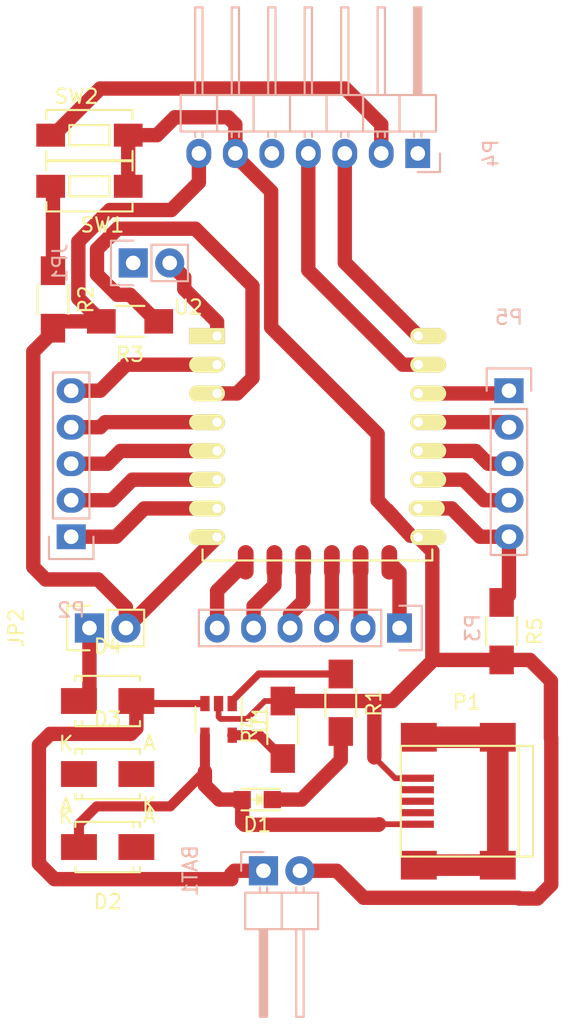
<source format=kicad_pcb>
(kicad_pcb (version 20221018) (generator pcbnew)
  (layers (0 "F.Cu" signal) (31 "B.Cu" signal) (34 "B.Paste" user) (35 "F.Paste" user) (36 "B.SilkS" user "B.Silkscreen") (37 "F.SilkS" user "F.Silkscreen") (38 "B.Mask" user) (39 "F.Mask" user) (44 "Edge.Cuts" user))
  (net 0 "")
  (net 1 "Net-(BAT1-Pad1)")
  (net 2 "GND")
  (net 3 "/USBVCC")
  (net 4 "Net-(D1-Pad1)")
  (net 5 "Net-(D2-Pad1)")
  (net 6 "Net-(D3-Pad1)")
  (net 7 "Net-(JP1-Pad1)")
  (net 8 "Net-(JP1-Pad2)")
  (net 9 "VCC")
  (net 10 "Net-(P1-Pad6)")
  (net 11 "Net-(P2-Pad1)")
  (net 12 "Net-(P2-Pad2)")
  (net 13 "Net-(P2-Pad3)")
  (net 14 "Net-(P2-Pad5)")
  (net 15 "Net-(P3-Pad1)")
  (net 16 "Net-(P3-Pad2)")
  (net 17 "Net-(P3-Pad3)")
  (net 18 "Net-(P3-Pad4)")
  (net 19 "Net-(P3-Pad5)")
  (net 20 "Net-(P3-Pad6)")
  (net 21 "Net-(P4-Pad1)")
  (net 22 "Net-(P4-Pad2)")
  (net 23 "Net-(P4-Pad3)")
  (net 24 "Net-(P4-Pad4)")
  (net 25 "Net-(P5-Pad1)")
  (net 26 "Net-(P5-Pad2)")
  (net 27 "Net-(P5-Pad4)")
  (net 28 "Net-(P5-Pad5)")
  (net 29 "Net-(R1-Pad1)")
  (net 30 "Net-(R4-Pad1)")
  (footprint "LEDs:LED_0805" (layer "F.Cu") (at 141.224 107.188 180)
    (fp_text reference "D1" (at 0 -1.75 180) (layer "F.SilkS"))
    (fp_text value "LED")
    (fp_line (start -1.6 -0.75) (end 1.1 -0.75) (stroke (width 0.15)) (layer "F.SilkS"))
    (fp_line (start -1.6 0.75) (end 1.1 0.75) (stroke (width 0.15)) (layer "F.SilkS"))
    (fp_line (start -0.35 -0.35) (end -0.35 0.35) (stroke (width 0.15)) (layer "F.SilkS"))
    (fp_line (start -0.35 0) (end 0 -0.35) (stroke (width 0.15)) (layer "F.SilkS"))
    (fp_line (start -0.1 -0.1) (end -0.25 0.05) (stroke (width 0.15)) (layer "F.SilkS"))
    (fp_line (start -0.1 0.15) (end -0.1 -0.1) (stroke (width 0.15)) (layer "F.SilkS"))
    (fp_line (start 0 -0.35) (end 0 0.35) (stroke (width 0.15)) (layer "F.SilkS"))
    (fp_line (start 0 0) (end 0.35 0) (stroke (width 0.15)) (layer "F.SilkS"))
    (fp_line (start 0 0.35) (end -0.35 0) (stroke (width 0.15)) (layer "F.SilkS"))
    (pad "1" smd rect (at -1.04902 0) (size 1.19888 1.19888) (layers "F.Cu" "F.Paste" "F.Mask") (net 4 "Net-(D1-Pad1)"))
    (pad "2" smd rect (at 1.04902 0) (size 1.19888 1.19888) (layers "F.Cu" "F.Paste" "F.Mask") (net 3 "/USBVCC"))
  )
  (footprint "Pin_Headers:Pin_Header_Straight_1x02" (layer "F.Cu") (at 129.54 95.25 90)
    (fp_text reference "JP2" (at 0 -5.1 90) (layer "F.SilkS"))
    (fp_text value "ON/OFF")
    (fp_line (start -1.55 -1.55) (end 1.55 -1.55) (stroke (width 0.15)) (layer "F.SilkS"))
    (fp_line (start -1.55 0) (end -1.55 -1.55) (stroke (width 0.15)) (layer "F.SilkS"))
    (fp_line (start -1.27 1.27) (end -1.27 3.81) (stroke (width 0.15)) (layer "F.SilkS"))
    (fp_line (start -1.27 3.81) (end 1.27 3.81) (stroke (width 0.15)) (layer "F.SilkS"))
    (fp_line (start 1.27 1.27) (end -1.27 1.27) (stroke (width 0.15)) (layer "F.SilkS"))
    (fp_line (start 1.27 1.27) (end 1.27 3.81) (stroke (width 0.15)) (layer "F.SilkS"))
    (fp_line (start 1.55 -1.55) (end 1.55 0) (stroke (width 0.15)) (layer "F.SilkS"))
    (pad "1" thru_hole rect (at 0 0 90) (size 2.032 2.032) (drill 1.016) (layers "*.Cu" "*.Mask") (net 6 "Net-(D3-Pad1)"))
    (pad "2" thru_hole oval (at 0 2.54 90) (size 2.032 2.032) (drill 1.016) (layers "*.Cu" "*.Mask") (net 9 "VCC"))
  )
  (footprint "Connect:USB_Mini-B" (layer "F.Cu") (at 155.82392 107.3023 180)
    (fp_text reference "P1" (at 0 6.90118 180) (layer "F.SilkS"))
    (fp_text value "USB_OTG")
    (fp_line (start -4.59994 -3.85064) (end -4.59994 3.85064) (stroke (width 0.15)) (layer "F.SilkS"))
    (fp_line (start -4.59994 3.85064) (end 4.59994 3.85064) (stroke (width 0.15)) (layer "F.SilkS"))
    (fp_line (start -3.59918 -3.85064) (end -3.59918 3.85064) (stroke (width 0.15)) (layer "F.SilkS"))
    (fp_line (start 4.59994 -3.85064) (end -4.59994 -3.85064) (stroke (width 0.15)) (layer "F.SilkS"))
    (fp_line (start 4.59994 3.85064) (end 4.59994 -3.85064) (stroke (width 0.15)) (layer "F.SilkS"))
    (pad "" np_thru_hole circle (at 0.8509 -2.19964 180) (size 0.89916 0.89916) (drill 0.89916) (layers "*.Cu" "*.Mask"))
    (pad "" np_thru_hole circle (at 0.8509 2.19964 180) (size 0.89916 0.89916) (drill 0.89916) (layers "*.Cu" "*.Mask"))
    (pad "1" smd rect (at 3.44932 -1.6002 180) (size 2.30124 0.50038) (layers "F.Cu" "F.Paste" "F.Mask") (net 3 "/USBVCC"))
    (pad "2" smd rect (at 3.44932 -0.8001 180) (size 2.30124 0.50038) (layers "F.Cu" "F.Paste" "F.Mask"))
    (pad "3" smd rect (at 3.44932 0 180) (size 2.30124 0.50038) (layers "F.Cu" "F.Paste" "F.Mask"))
    (pad "4" smd rect (at 3.44932 0.8001 180) (size 2.30124 0.50038) (layers "F.Cu" "F.Paste" "F.Mask"))
    (pad "5" smd rect (at 3.44932 1.6002 180) (size 2.30124 0.50038) (layers "F.Cu" "F.Paste" "F.Mask") (net 2 "GND"))
    (pad "6" smd rect (at -2.14884 -4.45008 180) (size 2.49936 1.99898) (layers "F.Cu" "F.Paste" "F.Mask") (net 10 "Net-(P1-Pad6)"))
    (pad "6" smd rect (at -2.14884 4.45008 180) (size 2.49936 1.99898) (layers "F.Cu" "F.Paste" "F.Mask") (net 10 "Net-(P1-Pad6)"))
    (pad "6" smd rect (at 3.35026 -4.45008 180) (size 2.49936 1.99898) (layers "F.Cu" "F.Paste" "F.Mask") (net 10 "Net-(P1-Pad6)"))
    (pad "6" smd rect (at 3.35026 4.45008 180) (size 2.49936 1.99898) (layers "F.Cu" "F.Paste" "F.Mask") (net 10 "Net-(P1-Pad6)"))
  )
  (footprint "Resistors_SMD:R_1206_HandSoldering" (layer "F.Cu") (at 147.0406 100.4504 -90)
    (fp_text reference "R1" (at 0 -2.3 270) (layer "F.SilkS"))
    (fp_text value "470")
    (fp_line (start -1 -1.075) (end 1 -1.075) (stroke (width 0.15)) (layer "F.SilkS"))
    (fp_line (start 1 1.075) (end -1 1.075) (stroke (width 0.15)) (layer "F.SilkS"))
    (pad "1" smd rect (at -2 0 270) (size 2 1.7) (layers "F.Cu" "F.Paste" "F.Mask") (net 29 "Net-(R1-Pad1)"))
    (pad "2" smd rect (at 2 0 270) (size 2 1.7) (layers "F.Cu" "F.Paste" "F.Mask") (net 4 "Net-(D1-Pad1)"))
  )
  (footprint "Resistors_SMD:R_1206_HandSoldering" (layer "F.Cu") (at 127 72.39 -90)
    (fp_text reference "R2" (at 0 -2.3 270) (layer "F.SilkS"))
    (fp_text value "10k")
    (fp_line (start -1 -1.075) (end 1 -1.075) (stroke (width 0.15)) (layer "F.SilkS"))
    (fp_line (start 1 1.075) (end -1 1.075) (stroke (width 0.15)) (layer "F.SilkS"))
    (pad "1" smd rect (at -2 0 270) (size 2 1.7) (layers "F.Cu" "F.Paste" "F.Mask") (net 8 "Net-(JP1-Pad2)"))
    (pad "2" smd rect (at 2 0 270) (size 2 1.7) (layers "F.Cu" "F.Paste" "F.Mask") (net 9 "VCC"))
  )
  (footprint "Resistors_SMD:R_1206_HandSoldering" (layer "F.Cu") (at 132.366 73.914 180)
    (fp_text reference "R3" (at 0 -2.3 180) (layer "F.SilkS"))
    (fp_text value "10k")
    (fp_line (start -1 -1.075) (end 1 -1.075) (stroke (width 0.15)) (layer "F.SilkS"))
    (fp_line (start 1 1.075) (end -1 1.075) (stroke (width 0.15)) (layer "F.SilkS"))
    (pad "1" smd rect (at -2 0 180) (size 2 1.7) (layers "F.Cu" "F.Paste" "F.Mask") (net 21 "Net-(P4-Pad1)"))
    (pad "2" smd rect (at 2 0 180) (size 2 1.7) (layers "F.Cu" "F.Paste" "F.Mask") (net 9 "VCC"))
  )
  (footprint "Resistors_SMD:R_1206_HandSoldering" (layer "F.Cu") (at 143.002 102.33 90)
    (fp_text reference "R4" (at 0 -2.3 90) (layer "F.SilkS"))
    (fp_text value "15k")
    (fp_line (start -1 -1.075) (end 1 -1.075) (stroke (width 0.15)) (layer "F.SilkS"))
    (fp_line (start 1 1.075) (end -1 1.075) (stroke (width 0.15)) (layer "F.SilkS"))
    (pad "1" smd rect (at -2 0 90) (size 2 1.7) (layers "F.Cu" "F.Paste" "F.Mask") (net 30 "Net-(R4-Pad1)"))
    (pad "2" smd rect (at 2 0 90) (size 2 1.7) (layers "F.Cu" "F.Paste" "F.Mask") (net 2 "GND"))
  )
  (footprint "Resistors_SMD:R_1206_HandSoldering" (layer "F.Cu") (at 158.242 95.472 -90)
    (fp_text reference "R5" (at 0 -2.3 270) (layer "F.SilkS"))
    (fp_text value "10k")
    (fp_line (start -1 -1.075) (end 1 -1.075) (stroke (width 0.15)) (layer "F.SilkS"))
    (fp_line (start 1 1.075) (end -1 1.075) (stroke (width 0.15)) (layer "F.SilkS"))
    (pad "1" smd rect (at -2 0 270) (size 2 1.7) (layers "F.Cu" "F.Paste" "F.Mask") (net 28 "Net-(P5-Pad5)"))
    (pad "2" smd rect (at 2 0 270) (size 2 1.7) (layers "F.Cu" "F.Paste" "F.Mask") (net 2 "GND"))
  )
  (footprint "Buttons_Switches_SMD:SW_SPST_EVQPE1" (layer "F.Cu") (at 129.54 64.516 180)
    (fp_text reference "SW1" (at -0.9 -2.7 180) (layer "F.SilkS"))
    (fp_text value "Reset")
    (fp_line (start -3 -1.75) (end -3 -1.1) (stroke (width 0.15)) (layer "F.SilkS"))
    (fp_line (start -3 1.1) (end -3 1.75) (stroke (width 0.15)) (layer "F.SilkS"))
    (fp_line (start -3 1.75) (end 3 1.75) (stroke (width 0.15)) (layer "F.SilkS"))
    (fp_line (start -1.4 -0.7) (end 1.4 -0.7) (stroke (width 0.15)) (layer "F.SilkS"))
    (fp_line (start -1.4 0.7) (end -1.4 -0.7) (stroke (width 0.15)) (layer "F.SilkS"))
    (fp_line (start 1.4 -0.7) (end 1.4 0.7) (stroke (width 0.15)) (layer "F.SilkS"))
    (fp_line (start 1.4 0.7) (end -1.4 0.7) (stroke (width 0.15)) (layer "F.SilkS"))
    (fp_line (start 3 -1.75) (end -3 -1.75) (stroke (width 0.15)) (layer "F.SilkS"))
    (fp_line (start 3 -1.75) (end 3 -1.1) (stroke (width 0.15)) (layer "F.SilkS"))
    (fp_line (start 3 1.75) (end 3 1.1) (stroke (width 0.15)) (layer "F.SilkS"))
    (pad "1" smd rect (at -2.7 0 180) (size 2 1.6) (layers "F.Cu" "F.Paste" "F.Mask") (net 2 "GND"))
    (pad "2" smd rect (at 2.7 0 180) (size 2 1.6) (layers "F.Cu" "F.Paste" "F.Mask") (net 8 "Net-(JP1-Pad2)"))
  )
  (footprint "Buttons_Switches_SMD:SW_SPST_EVQPE1" (layer "F.Cu") (at 129.54 60.96)
    (fp_text reference "SW2" (at -0.9 -2.7) (layer "F.SilkS"))
    (fp_text value "Flash")
    (fp_line (start -3 -1.75) (end -3 -1.1) (stroke (width 0.15)) (layer "F.SilkS"))
    (fp_line (start -3 1.1) (end -3 1.75) (stroke (width 0.15)) (layer "F.SilkS"))
    (fp_line (start -3 1.75) (end 3 1.75) (stroke (width 0.15)) (layer "F.SilkS"))
    (fp_line (start -1.4 -0.7) (end 1.4 -0.7) (stroke (width 0.15)) (layer "F.SilkS"))
    (fp_line (start -1.4 0.7) (end -1.4 -0.7) (stroke (width 0.15)) (layer "F.SilkS"))
    (fp_line (start 1.4 -0.7) (end 1.4 0.7) (stroke (width 0.15)) (layer "F.SilkS"))
    (fp_line (start 1.4 0.7) (end -1.4 0.7) (stroke (width 0.15)) (layer "F.SilkS"))
    (fp_line (start 3 -1.75) (end -3 -1.75) (stroke (width 0.15)) (layer "F.SilkS"))
    (fp_line (start 3 -1.75) (end 3 -1.1) (stroke (width 0.15)) (layer "F.SilkS"))
    (fp_line (start 3 1.75) (end 3 1.1) (stroke (width 0.15)) (layer "F.SilkS"))
    (pad "1" smd rect (at -2.7 0) (size 2 1.6) (layers "F.Cu" "F.Paste" "F.Mask") (net 22 "Net-(P4-Pad2)"))
    (pad "2" smd rect (at 2.7 0) (size 2 1.6) (layers "F.Cu" "F.Paste" "F.Mask") (net 2 "GND"))
  )
  (footprint "TO_SOT_Packages_SMD:SOT-23-5" (layer "F.Cu") (at 138.5316 101.6078 -90)
    (fp_text reference "U1" (at 0 -2.9 270) (layer "F.SilkS"))
    (fp_text value "MCP73831")
    (fp_line (start -0.9 1.61) (end 0.9 1.61) (stroke (width 0.12)) (layer "F.SilkS"))
    (fp_line (start 0.9 -1.61) (end -1.55 -1.61) (stroke (width 0.12)) (layer "F.SilkS"))
    (pad "1" smd rect (at -1.1 -0.95 270) (size 1.06 0.65) (layers "F.Cu" "F.Paste" "F.Mask") (net 29 "Net-(R1-Pad1)"))
    (pad "2" smd rect (at -1.1 0 270) (size 1.06 0.65) (layers "F.Cu" "F.Paste" "F.Mask") (net 2 "GND"))
    (pad "3" smd rect (at -1.1 0.95 270) (size 1.06 0.65) (layers "F.Cu" "F.Paste" "F.Mask") (net 1 "Net-(BAT1-Pad1)"))
    (pad "4" smd rect (at 1.1 0.95 270) (size 1.06 0.65) (layers "F.Cu" "F.Paste" "F.Mask") (net 3 "/USBVCC"))
    (pad "5" smd rect (at 1.1 -0.95 270) (size 1.06 0.65) (layers "F.Cu" "F.Paste" "F.Mask") (net 30 "Net-(R4-Pad1)"))
  )
  (footprint "ESP8266:ESP-12E" (layer "F.Cu") (at 138.43 74.93)
    (fp_text reference "U2" (at -2 -2) (layer "F.SilkS"))
    (fp_text value "ESP-12E")
    (fp_line (start -1.016 14.859) (end -1.016 15.621) (stroke (width 0.1524)) (layer "F.SilkS"))
    (fp_line (start -1.016 15.621) (end 14.986 15.621) (stroke (width 0.1524)) (layer "F.SilkS"))
    (fp_line (start 14.986 15.621) (end 14.986 14.859) (stroke (width 0.1524)) (layer "F.SilkS"))
    (pad "1" thru_hole rect locked (at 0 0) (size 2.5 1.1) (drill 0.65 (offset -0.7 0)) (layers "*.Cu" "*.Mask" "F.SilkS") (net 8 "Net-(JP1-Pad2)"))
    (pad "2" thru_hole oval locked (at 0 2) (size 2.5 1.1) (drill 0.65 (offset -0.7 0)) (layers "*.Cu" "*.Mask" "F.SilkS") (net 14 "Net-(P2-Pad5)"))
    (pad "3" thru_hole oval locked (at 0 4) (size 2.5 1.1) (drill 0.65 (offset -0.7 0)) (layers "*.Cu" "*.Mask" "F.SilkS") (net 21 "Net-(P4-Pad1)"))
    (pad "4" thru_hole oval locked (at 0 6) (size 2.5 1.1) (drill 0.65 (offset -0.7 0)) (layers "*.Cu" "*.Mask" "F.SilkS") (net 7 "Net-(JP1-Pad1)"))
    (pad "5" thru_hole oval locked (at 0 8) (size 2.5 1.1) (drill 0.65 (offset -0.7 0)) (layers "*.Cu" "*.Mask" "F.SilkS") (net 13 "Net-(P2-Pad3)"))
    (pad "6" thru_hole oval locked (at 0 10) (size 2.5 1.1) (drill 0.65 (offset -0.7 0)) (layers "*.Cu" "*.Mask" "F.SilkS") (net 12 "Net-(P2-Pad2)"))
    (pad "7" thru_hole oval locked (at 0 12) (size 2.5 1.1) (drill 0.65 (offset -0.7 0)) (layers "*.Cu" "*.Mask" "F.SilkS") (net 11 "Net-(P2-Pad1)"))
    (pad "8" thru_hole oval locked (at 0 14) (size 2.5 1.1) (drill 0.65 (offset -0.7 0)) (layers "*.Cu" "*.Mask" "F.SilkS") (net 9 "VCC"))
    (pad "9" thru_hole oval locked (at 14 14) (size 2.5 1.1) (drill 0.65 (offset 0.7 0)) (layers "*.Cu" "*.Mask" "F.SilkS") (net 2 "GND"))
    (pad "10" thru_hole oval locked (at 14 12) (size 2.5 1.1) (drill 0.65 (offset 0.6 0)) (layers "*.Cu" "*.Mask" "F.SilkS") (net 28 "Net-(P5-Pad5)"))
    (pad "11" thru_hole oval locked (at 14 10) (size 2.5 1.1) (drill 0.65 (offset 0.7 0)) (layers "*.Cu" "*.Mask" "F.SilkS") (net 27 "Net-(P5-Pad4)"))
    (pad "12" thru_hole oval locked (at 14 8) (size 2.5 1.1) (drill 0.65 (offset 0.7 0)) (layers "*.Cu" "*.Mask" "F.SilkS") (net 22 "Net-(P4-Pad2)"))
    (pad "13" thru_hole oval locked (at 14 6) (size 2.5 1.1) (drill 0.65 (offset 0.7 0)) (layers "*.Cu" "*.Mask" "F.SilkS") (net 26 "Net-(P5-Pad2)"))
    (pad "14" thru_hole oval locked (at 14 4) (size 2.5 1.1) (drill 0.65 (offset 0.7 0)) (layers "*.Cu" "*.Mask" "F.SilkS") (net 25 "Net-(P5-Pad1)"))
    (pad "15" thru_hole oval locked (at 14 2) (size 2.5 1.1) (drill 0.65 (offset 0.7 0)) (layers "*.Cu" "*.Mask" "F.SilkS") (net 24 "Net-(P4-Pad4)"))
    (pad "16" thru_hole oval locked (at 14 0) (size 2.5 1.1) (drill 0.65 (offset 0.7 0)) (layers "*.Cu" "*.Mask" "F.SilkS") (net 23 "Net-(P4-Pad3)"))
    (pad "17" smd oval locked (at 1.99 15.75 90) (size 2.4 1.1) (layers "F.Cu" "F.Paste" "F.Mask") (net 20 "Net-(P3-Pad6)"))
    (pad "18" smd oval locked (at 3.99 15.75 90) (size 2.4 1.1) (layers "F.Cu" "F.Paste" "F.Mask") (net 19 "Net-(P3-Pad5)"))
    (pad "19" smd oval locked (at 5.99 15.75 90) (size 2.4 1.1) (layers "F.Cu" "F.Paste" "F.Mask") (net 18 "Net-(P3-Pad4)"))
    (pad "20" smd oval locked (at 7.99 15.75 90) (size 2.4 1.1) (layers "F.Cu" "F.Paste" "F.Mask") (net 17 "Net-(P3-Pad3)"))
    (pad "21" smd oval locked (at 9.99 15.75 90) (size 2.4 1.1) (layers "F.Cu" "F.Paste" "F.Mask") (net 16 "Net-(P3-Pad2)"))
    (pad "22" smd oval locked (at 11.99 15.75 90) (size 2.4 1.1) (layers "F.Cu" "F.Paste" "F.Mask") (net 15 "Net-(P3-Pad1)"))
  )
  (footprint "Diodes_SMD:SMA_Standard" (layer "F.Cu") (at 130.81 110.49 180)
    (fp_text reference "D2" (at 0 -3.81 180) (layer "F.SilkS"))
    (fp_text value "1N4001")
    (fp_text user "K" (at -2.9 2.95 180) (layer "F.SilkS"))
    (fp_text user "A" (at 2.9 2.9 180) (layer "F.SilkS"))
    (fp_line (start -2.25044 -1.75006) (end -2.25044 -1.39954) (stroke (width 0.15)) (layer "F.SilkS"))
    (fp_line (start -2.25044 -1.75006) (end 2.25044 -1.75006) (stroke (width 0.15)) (layer "F.SilkS"))
    (fp_line (start -2.25044 1.75006) (end -2.25044 1.39954) (stroke (width 0.15)) (layer "F.SilkS"))
    (fp_line (start -2.25044 1.75006) (end 2.25044 1.75006) (stroke (width 0.15)) (layer "F.SilkS"))
    (fp_line (start -1.79914 -1.75006) (end -1.79914 -1.39954) (stroke (width 0.15)) (layer "F.SilkS"))
    (fp_line (start -1.79914 1.75006) (end -1.79914 1.39954) (stroke (width 0.15)) (layer "F.SilkS"))
    (fp_line (start 2.25044 -1.75006) (end 2.25044 -1.39954) (stroke (width 0.15)) (layer "F.SilkS"))
    (fp_line (start 2.25044 1.75006) (end 2.25044 1.39954) (stroke (width 0.15)) (layer "F.SilkS"))
    (pad "1" smd rect (at -1.99898 0 180) (size 2.49936 1.80086) (layers "F.Cu" "F.Paste" "F.Mask") (net 5 "Net-(D2-Pad1)"))
    (pad "2" smd rect (at 1.99898 0 180) (size 2.49936 1.80086) (layers "F.Cu" "F.Paste" "F.Mask") (net 3 "/USBVCC"))
  )
  (footprint "Diodes_SMD:SMA_Standard" (layer "F.Cu") (at 130.81 105.41)
    (fp_text reference "D3" (at 0 -3.81) (layer "F.SilkS"))
    (fp_text value "1N4001")
    (fp_text user "K" (at -2.9 2.95) (layer "F.SilkS"))
    (fp_text user "A" (at 2.9 2.9) (layer "F.SilkS"))
    (fp_line (start -2.25044 -1.75006) (end -2.25044 -1.39954) (stroke (width 0.15)) (layer "F.SilkS"))
    (fp_line (start -2.25044 -1.75006) (end 2.25044 -1.75006) (stroke (width 0.15)) (layer "F.SilkS"))
    (fp_line (start -2.25044 1.75006) (end -2.25044 1.39954) (stroke (width 0.15)) (layer "F.SilkS"))
    (fp_line (start -2.25044 1.75006) (end 2.25044 1.75006) (stroke (width 0.15)) (layer "F.SilkS"))
    (fp_line (start -1.79914 -1.75006) (end -1.79914 -1.39954) (stroke (width 0.15)) (layer "F.SilkS"))
    (fp_line (start -1.79914 1.75006) (end -1.79914 1.39954) (stroke (width 0.15)) (layer "F.SilkS"))
    (fp_line (start 2.25044 -1.75006) (end 2.25044 -1.39954) (stroke (width 0.15)) (layer "F.SilkS"))
    (fp_line (start 2.25044 1.75006) (end 2.25044 1.39954) (stroke (width 0.15)) (layer "F.SilkS"))
    (pad "1" smd rect (at -1.99898 0) (size 2.49936 1.80086) (layers "F.Cu" "F.Paste" "F.Mask") (net 6 "Net-(D3-Pad1)"))
    (pad "2" smd rect (at 1.99898 0) (size 2.49936 1.80086) (layers "F.Cu" "F.Paste" "F.Mask") (net 5 "Net-(D2-Pad1)"))
  )
  (footprint "Diodes_SMD:SMA_Standard" (layer "F.Cu") (at 130.81 100.33)
    (fp_text reference "D4" (at 0 -3.81) (layer "F.SilkS"))
    (fp_text value "1N4001")
    (fp_text user "A" (at 2.9 2.9) (layer "F.SilkS"))
    (fp_text user "K" (at -2.9 2.95) (layer "F.SilkS"))
    (fp_line (start -2.25044 -1.75006) (end -2.25044 -1.39954) (stroke (width 0.15)) (layer "F.SilkS"))
    (fp_line (start -2.25044 -1.75006) (end 2.25044 -1.75006) (stroke (width 0.15)) (layer "F.SilkS"))
    (fp_line (start -2.25044 1.75006) (end -2.25044 1.39954) (stroke (width 0.15)) (layer "F.SilkS"))
    (fp_line (start -2.25044 1.75006) (end 2.25044 1.75006) (stroke (width 0.15)) (layer "F.SilkS"))
    (fp_line (start -1.79914 -1.75006) (end -1.79914 -1.39954) (stroke (width 0.15)) (layer "F.SilkS"))
    (fp_line (start -1.79914 1.75006) (end -1.79914 1.39954) (stroke (width 0.15)) (layer "F.SilkS"))
    (fp_line (start 2.25044 -1.75006) (end 2.25044 -1.39954) (stroke (width 0.15)) (layer "F.SilkS"))
    (fp_line (start 2.25044 1.75006) (end 2.25044 1.39954) (stroke (width 0.15)) (layer "F.SilkS"))
    (pad "1" smd rect (at -1.99898 0) (size 2.49936 1.80086) (layers "F.Cu" "F.Paste" "F.Mask") (net 6 "Net-(D3-Pad1)"))
    (pad "2" smd rect (at 1.99898 0) (size 2.49936 1.80086) (layers "F.Cu" "F.Paste" "F.Mask") (net 1 "Net-(BAT1-Pad1)"))
  )
  (footprint "Pin_Headers:Pin_Header_Angled_1x02" (layer "B.Cu") (at 141.6558 112.141 -90)
    (fp_text reference "BAT1" (at 0 5.1 270) (layer "B.SilkS") (effects (justify mirror)))
    (fp_text value "3.7v")
    (fp_line (start -1.3 1.55) (end -1.3 0) (stroke (width 0.15)) (layer "B.SilkS"))
    (fp_line (start 0 1.55) (end -1.3 1.55) (stroke (width 0.15)) (layer "B.SilkS"))
    (fp_line (start 1.524 -3.81) (end 4.064 -3.81) (stroke (width 0.15)) (layer "B.SilkS"))
    (fp_line (start 1.524 -2.794) (end 1.143 -2.794) (stroke (width 0.15)) (layer "B.SilkS"))
    (fp_line (start 1.524 -2.286) (end 1.143 -2.286) (stroke (width 0.15)) (layer "B.SilkS"))
    (fp_line (start 1.524 -1.27) (end 1.524 -3.81) (stroke (width 0.15)) (layer "B.SilkS"))
    (fp_line (start 1.524 -1.27) (end 4.064 -1.27) (stroke (width 0.15)) (layer "B.SilkS"))
    (fp_line (start 1.524 -1.27) (end 4.064 -1.27) (stroke (width 0.15)) (layer "B.SilkS"))
    (fp_line (start 1.524 -0.254) (end 1.143 -0.254) (stroke (width 0.15)) (layer "B.SilkS"))
    (fp_line (start 1.524 0.254) (end 1.143 0.254) (stroke (width 0.15)) (layer "B.SilkS"))
    (fp_line (start 1.524 1.27) (end 1.524 -1.27) (stroke (width 0.15)) (layer "B.SilkS"))
    (fp_line (start 1.524 1.27) (end 4.064 1.27) (stroke (width 0.15)) (layer "B.SilkS"))
    (fp_line (start 4.064 -3.81) (end 4.064 -1.27) (stroke (width 0.15)) (layer "B.SilkS"))
    (fp_line (start 4.064 -2.286) (end 10.16 -2.286) (stroke (width 0.15)) (layer "B.SilkS"))
    (fp_line (start 4.064 -1.27) (end 4.064 1.27) (stroke (width 0.15)) (layer "B.SilkS"))
    (fp_line (start 4.064 0.254) (end 10.16 0.254) (stroke (width 0.15)) (layer "B.SilkS"))
    (fp_line (start 4.191 -0.127) (end 4.191 0) (stroke (width 0.15)) (layer "B.SilkS"))
    (fp_line (start 4.191 0) (end 10.033 0) (stroke (width 0.15)) (layer "B.SilkS"))
    (fp_line (start 4.191 0.127) (end 10.033 0.127) (stroke (width 0.15)) (layer "B.SilkS"))
    (fp_line (start 10.033 -0.127) (end 4.191 -0.127) (stroke (width 0.15)) (layer "B.SilkS"))
    (fp_line (start 10.033 0.127) (end 10.033 -0.127) (stroke (width 0.15)) (layer "B.SilkS"))
    (fp_line (start 10.16 -2.794) (end 4.064 -2.794) (stroke (width 0.15)) (layer "B.SilkS"))
    (fp_line (start 10.16 -2.286) (end 10.16 -2.794) (stroke (width 0.15)) (layer "B.SilkS"))
    (fp_line (start 10.16 -0.254) (end 4.064 -0.254) (stroke (width 0.15)) (layer "B.SilkS"))
    (fp_line (start 10.16 0.254) (end 10.16 -0.254) (stroke (width 0.15)) (layer "B.SilkS"))
    (pad "1" thru_hole rect (at 0 0 270) (size 2.032 2.032) (drill 1.016) (layers "*.Cu" "*.Mask") (net 1 "Net-(BAT1-Pad1)"))
    (pad "2" thru_hole oval (at 0 -2.54 270) (size 2.032 2.032) (drill 1.016) (layers "*.Cu" "*.Mask") (net 2 "GND"))
  )
  (footprint "Pin_Headers:Pin_Header_Straight_1x02" (layer "B.Cu") (at 132.588 69.85 -90)
    (fp_text reference "JP1" (at 0 5.1 270) (layer "B.SilkS") (effects (justify mirror)))
    (fp_text value "WAKE")
    (fp_line (start -1.55 0) (end -1.55 1.55) (stroke (width 0.15)) (layer "B.SilkS"))
    (fp_line (start -1.55 1.55) (end 1.55 1.55) (stroke (width 0.15)) (layer "B.SilkS"))
    (fp_line (start -1.27 -3.81) (end 1.27 -3.81) (stroke (width 0.15)) (layer "B.SilkS"))
    (fp_line (start -1.27 -1.27) (end -1.27 -3.81) (stroke (width 0.15)) (layer "B.SilkS"))
    (fp_line (start 1.27 -1.27) (end -1.27 -1.27) (stroke (width 0.15)) (layer "B.SilkS"))
    (fp_line (start 1.27 -1.27) (end 1.27 -3.81) (stroke (width 0.15)) (layer "B.SilkS"))
    (fp_line (start 1.55 1.55) (end 1.55 0) (stroke (width 0.15)) (layer "B.SilkS"))
    (pad "1" thru_hole rect (at 0 0 270) (size 2.032 2.032) (drill 1.016) (layers "*.Cu" "*.Mask") (net 7 "Net-(JP1-Pad1)"))
    (pad "2" thru_hole oval (at 0 -2.54 270) (size 2.032 2.032) (drill 1.016) (layers "*.Cu" "*.Mask") (net 8 "Net-(JP1-Pad2)"))
  )
  (footprint "Pin_Headers:Pin_Header_Straight_1x05" (layer "B.Cu") (at 128.27 88.9)
    (fp_text reference "P2" (at 0 5.1) (layer "B.SilkS") (effects (justify mirror)))
    (fp_text value "CONN_01X05")
    (fp_line (start -1.55 0) (end -1.55 1.55) (stroke (width 0.15)) (layer "B.SilkS"))
    (fp_line (start -1.55 1.55) (end 1.55 1.55) (stroke (width 0.15)) (layer "B.SilkS"))
    (fp_line (start -1.27 -11.43) (end -1.27 -1.27) (stroke (width 0.15)) (layer "B.SilkS"))
    (fp_line (start 1.27 -11.43) (end -1.27 -11.43) (stroke (width 0.15)) (layer "B.SilkS"))
    (fp_line (start 1.27 -1.27) (end -1.27 -1.27) (stroke (width 0.15)) (layer "B.SilkS"))
    (fp_line (start 1.27 -1.27) (end 1.27 -11.43) (stroke (width 0.15)) (layer "B.SilkS"))
    (fp_line (start 1.55 1.55) (end 1.55 0) (stroke (width 0.15)) (layer "B.SilkS"))
    (pad "1" thru_hole rect locked (at 0 0) (size 2.032 1.7272) (drill 1.016) (layers "*.Cu" "*.Mask") (net 11 "Net-(P2-Pad1)"))
    (pad "2" thru_hole oval locked (at 0 -2.54) (size 2.032 1.7272) (drill 1.016) (layers "*.Cu" "*.Mask") (net 12 "Net-(P2-Pad2)"))
    (pad "3" thru_hole oval locked (at 0 -5.08) (size 2.032 1.7272) (drill 1.016) (layers "*.Cu" "*.Mask") (net 13 "Net-(P2-Pad3)"))
    (pad "4" thru_hole oval locked (at 0 -7.62) (size 2.032 1.7272) (drill 1.016) (layers "*.Cu" "*.Mask") (net 7 "Net-(JP1-Pad1)"))
    (pad "5" thru_hole oval locked (at 0 -10.16) (size 2.032 1.7272) (drill 1.016) (layers "*.Cu" "*.Mask") (net 14 "Net-(P2-Pad5)"))
  )
  (footprint "Pin_Headers:Pin_Header_Straight_1x06" (layer "B.Cu") (at 151.13 95.25 90)
    (fp_text reference "P3" (at 0 5.1 90) (layer "B.SilkS") (effects (justify mirror)))
    (fp_text value "CONN_01X06")
    (fp_line (start -1.55 0) (end -1.55 1.55) (stroke (width 0.15)) (layer "B.SilkS"))
    (fp_line (start -1.55 1.55) (end 1.55 1.55) (stroke (width 0.15)) (layer "B.SilkS"))
    (fp_line (start -1.27 -13.97) (end -1.27 -1.27) (stroke (width 0.15)) (layer "B.SilkS"))
    (fp_line (start 1.27 -13.97) (end -1.27 -13.97) (stroke (width 0.15)) (layer "B.SilkS"))
    (fp_line (start 1.27 -1.27) (end -1.27 -1.27) (stroke (width 0.15)) (layer "B.SilkS"))
    (fp_line (start 1.27 -1.27) (end 1.27 -13.97) (stroke (width 0.15)) (layer "B.SilkS"))
    (fp_line (start 1.55 1.55) (end 1.55 0) (stroke (width 0.15)) (layer "B.SilkS"))
    (pad "1" thru_hole rect (at 0 0 90) (size 2.032 1.7272) (drill 1.016) (layers "*.Cu" "*.Mask") (net 15 "Net-(P3-Pad1)"))
    (pad "2" thru_hole oval (at 0 -2.54 90) (size 2.032 1.7272) (drill 1.016) (layers "*.Cu" "*.Mask") (net 16 "Net-(P3-Pad2)"))
    (pad "3" thru_hole oval (at 0 -5.08 90) (size 2.032 1.7272) (drill 1.016) (layers "*.Cu" "*.Mask") (net 17 "Net-(P3-Pad3)"))
    (pad "4" thru_hole oval (at 0 -7.62 90) (size 2.032 1.7272) (drill 1.016) (layers "*.Cu" "*.Mask") (net 18 "Net-(P3-Pad4)"))
    (pad "5" thru_hole oval (at 0 -10.16 90) (size 2.032 1.7272) (drill 1.016) (layers "*.Cu" "*.Mask") (net 19 "Net-(P3-Pad5)"))
    (pad "6" thru_hole oval (at 0 -12.7 90) (size 2.032 1.7272) (drill 1.016) (layers "*.Cu" "*.Mask") (net 20 "Net-(P3-Pad6)"))
  )
  (footprint "Pin_Headers:Pin_Header_Angled_1x07" (layer "B.Cu") (at 152.4 62.23 90)
    (fp_text reference "P4" (at 0 5.1 90) (layer "B.SilkS") (effects (justify mirror)))
    (fp_text value "Programming")
    (fp_line (start -1.3 1.55) (end -1.3 0) (stroke (width 0.15)) (layer "B.SilkS"))
    (fp_line (start 0 1.55) (end -1.3 1.55) (stroke (width 0.15)) (layer "B.SilkS"))
    (fp_line (start 1.524 -16.51) (end 4.064 -16.51) (stroke (width 0.15)) (layer "B.SilkS"))
    (fp_line (start 1.524 -15.494) (end 1.143 -15.494) (stroke (width 0.15)) (layer "B.SilkS"))
    (fp_line (start 1.524 -14.986) (end 1.143 -14.986) (stroke (width 0.15)) (layer "B.SilkS"))
    (fp_line (start 1.524 -13.97) (end 1.524 -16.51) (stroke (width 0.15)) (layer "B.SilkS"))
    (fp_line (start 1.524 -13.97) (end 4.064 -13.97) (stroke (width 0.15)) (layer "B.SilkS"))
    (fp_line (start 1.524 -13.97) (end 4.064 -13.97) (stroke (width 0.15)) (layer "B.SilkS"))
    (fp_line (start 1.524 -12.954) (end 1.143 -12.954) (stroke (width 0.15)) (layer "B.SilkS"))
    (fp_line (start 1.524 -12.446) (end 1.143 -12.446) (stroke (width 0.15)) (layer "B.SilkS"))
    (fp_line (start 1.524 -11.43) (end 1.524 -13.97) (stroke (width 0.15)) (layer "B.SilkS"))
    (fp_line (start 1.524 -11.43) (end 4.064 -11.43) (stroke (width 0.15)) (layer "B.SilkS"))
    (fp_line (start 1.524 -11.43) (end 4.064 -11.43) (stroke (width 0.15)) (layer "B.SilkS"))
    (fp_line (start 1.524 -10.414) (end 1.143 -10.414) (stroke (width 0.15)) (layer "B.SilkS"))
    (fp_line (start 1.524 -9.906) (end 1.143 -9.906) (stroke (width 0.15)) (layer "B.SilkS"))
    (fp_line (start 1.524 -8.89) (end 1.524 -11.43) (stroke (width 0.15)) (layer "B.SilkS"))
    (fp_line (start 1.524 -8.89) (end 4.064 -8.89) (stroke (width 0.15)) (layer "B.SilkS"))
    (fp_line (start 1.524 -8.89) (end 4.064 -8.89) (stroke (width 0.15)) (layer "B.SilkS"))
    (fp_line (start 1.524 -7.874) (end 1.143 -7.874) (stroke (width 0.15)) (layer "B.SilkS"))
    (fp_line (start 1.524 -7.366) (end 1.143 -7.366) (stroke (width 0.15)) (layer "B.SilkS"))
    (fp_line (start 1.524 -6.35) (end 1.524 -8.89) (stroke (width 0.15)) (layer "B.SilkS"))
    (fp_line (start 1.524 -6.35) (end 4.064 -6.35) (stroke (width 0.15)) (layer "B.SilkS"))
    (fp_line (start 1.524 -6.35) (end 4.064 -6.35) (stroke (width 0.15)) (layer "B.SilkS"))
    (fp_line (start 1.524 -5.334) (end 1.143 -5.334) (stroke (width 0.15)) (layer "B.SilkS"))
    (fp_line (start 1.524 -4.826) (end 1.143 -4.826) (stroke (width 0.15)) (layer "B.SilkS"))
    (fp_line (start 1.524 -3.81) (end 1.524 -6.35) (stroke (width 0.15)) (layer "B.SilkS"))
    (fp_line (start 1.524 -3.81) (end 4.064 -3.81) (stroke (width 0.15)) (layer "B.SilkS"))
    (fp_line (start 1.524 -3.81) (end 4.064 -3.81) (stroke (width 0.15)) (layer "B.SilkS"))
    (fp_line (start 1.524 -2.794) (end 1.143 -2.794) (stroke (width 0.15)) (layer "B.SilkS"))
    (fp_line (start 1.524 -2.286) (end 1.143 -2.286) (stroke (width 0.15)) (layer "B.SilkS"))
    (fp_line (start 1.524 -1.27) (end 1.524 -3.81) (stroke (width 0.15)) (layer "B.SilkS"))
    (fp_line (start 1.524 -1.27) (end 4.064 -1.27) (stroke (width 0.15)) (layer "B.SilkS"))
    (fp_line (start 1.524 -1.27) (end 4.064 -1.27) (stroke (width 0.15)) (layer "B.SilkS"))
    (fp_line (start 1.524 -0.254) (end 1.143 -0.254) (stroke (width 0.15)) (layer "B.SilkS"))
    (fp_line (start 1.524 0.254) (end 1.143 0.254) (stroke (width 0.15)) (layer "B.SilkS"))
    (fp_line (start 1.524 1.27) (end 1.524 -1.27) (stroke (width 0.15)) (layer "B.SilkS"))
    (fp_line (start 1.524 1.27) (end 4.064 1.27) (stroke (width 0.15)) (layer "B.SilkS"))
    (fp_line (start 4.064 -16.51) (end 4.064 -13.97) (stroke (width 0.15)) (layer "B.SilkS"))
    (fp_line (start 4.064 -14.986) (end 10.16 -14.986) (stroke (width 0.15)) (layer "B.SilkS"))
    (fp_line (start 4.064 -13.97) (end 4.064 -11.43) (stroke (width 0.15)) (layer "B.SilkS"))
    (fp_line (start 4.064 -12.446) (end 10.16 -12.446) (stroke (width 0.15)) (layer "B.SilkS"))
    (fp_line (start 4.064 -11.43) (end 4.064 -8.89) (stroke (width 0.15)) (layer "B.SilkS"))
    (fp_line (start 4.064 -9.906) (end 10.16 -9.906) (stroke (width 0.15)) (layer "B.SilkS"))
    (fp_line (start 4.064 -8.89) (end 4.064 -6.35) (stroke (width 0.15)) (layer "B.SilkS"))
    (fp_line (start 4.064 -7.366) (end 10.16 -7.366) (stroke (width 0.15)) (layer "B.SilkS"))
    (fp_line (start 4.064 -6.35) (end 4.064 -3.81) (stroke (width 0.15)) (layer "B.SilkS"))
    (fp_line (start 4.064 -4.826) (end 10.16 -4.826) (stroke (width 0.15)) (layer "B.SilkS"))
    (fp_line (start 4.064 -3.81) (end 4.064 -1.27) (stroke (width 0.15)) (layer "B.SilkS"))
    (fp_line (start 4.064 -2.286) (end 10.16 -2.286) (stroke (width 0.15)) (layer "B.SilkS"))
    (fp_line (start 4.064 -1.27) (end 4.064 1.27) (stroke (width 0.15)) (layer "B.SilkS"))
    (fp_line (start 4.064 0.254) (end 10.16 0.254) (stroke (width 0.15)) (layer "B.SilkS"))
    (fp_line (start 4.191 -0.127) (end 4.191 0) (stroke (width 0.15)) (layer "B.SilkS"))
    (fp_line (start 4.191 0) (end 10.033 0) (stroke (width 0.15)) (layer "B.SilkS"))
    (fp_line (start 4.191 0.127) (end 10.033 0.127) (stroke (width 0.15)) (layer "B.SilkS"))
    (fp_line (start 10.033 -0.127) (end 4.191 -0.127) (stroke (width 0.15)) (layer "B.SilkS"))
    (fp_line (start 10.033 0.127) (end 10.033 -0.127) (stroke (width 0.15)) (layer "B.SilkS"))
    (fp_line (start 10.16 -15.494) (end 4.064 -15.494) (stroke (width 0.15)) (layer "B.SilkS"))
    (fp_line (start 10.16 -14.986) (end 10.16 -15.494) (stroke (width 0.15)) (layer "B.SilkS"))
    (fp_line (start 10.16 -12.954) (end 4.064 -12.954) (stroke (width 0.15)) (layer "B.SilkS"))
    (fp_line (start 10.16 -12.446) (end 10.16 -12.954) (stroke (width 0.15)) (layer "B.SilkS"))
    (fp_line (start 10.16 -10.414) (end 4.064 -10.414) (stroke (width 0.15)) (layer "B.SilkS"))
    (fp_line (start 10.16 -9.906) (end 10.16 -10.414) (stroke (width 0.15)) (layer "B.SilkS"))
    (fp_line (start 10.16 -7.874) (end 4.064 -7.874) (stroke (width 0.15)) (layer "B.SilkS"))
    (fp_line (start 10.16 -7.366) (end 10.16 -7.874) (stroke (width 0.15)) (layer "B.SilkS"))
    (fp_line (start 10.16 -5.334) (end 4.064 -5.334) (stroke (width 0.15)) (layer "B.SilkS"))
    (fp_line (start 10.16 -4.826) (end 10.16 -5.334) (stroke (width 0.15)) (layer "B.SilkS"))
    (fp_line (start 10.16 -2.794) (end 4.064 -2.794) (stroke (width 0.15)) (layer "B.SilkS"))
    (fp_line (start 10.16 -2.286) (end 10.16 -2.794) (stroke (width 0.15)) (layer "B.SilkS"))
    (fp_line (start 10.16 -0.254) (end 4.064 -0.254) (stroke (width 0.15)) (layer "B.SilkS"))
    (fp_line (start 10.16 0.254) (end 10.16 -0.254) (stroke (width 0.15)) (layer "B.SilkS"))
    (pad "1" thru_hole rect (at 0 0 90) (size 2.032 1.7272) (drill 1.016) (layers "*.Cu" "*.Mask") (net 21 "Net-(P4-Pad1)"))
    (pad "2" thru_hole oval (at 0 -2.54 90) (size 2.032 1.7272) (drill 1.016) (layers "*.Cu" "*.Mask") (net 22 "Net-(P4-Pad2)"))
    (pad "3" thru_hole oval (at 0 -5.08 90) (size 2.032 1.7272) (drill 1.016) (layers "*.Cu" "*.Mask") (net 23 "Net-(P4-Pad3)"))
    (pad "4" thru_hole oval (at 0 -7.62 90) (size 2.032 1.7272) (drill 1.016) (layers "*.Cu" "*.Mask") (net 24 "Net-(P4-Pad4)"))
    (pad "5" thru_hole oval (at 0 -10.16 90) (size 2.032 1.7272) (drill 1.016) (layers "*.Cu" "*.Mask") (net 3 "/USBVCC"))
    (pad "6" thru_hole oval (at 0 -12.7 90) (size 2.032 1.7272) (drill 1.016) (layers "*.Cu" "*.Mask") (net 2 "GND"))
    (pad "7" thru_hole oval (at 0 -15.24 90) (size 2.032 1.7272) (drill 1.016) (layers "*.Cu" "*.Mask") (net 9 "VCC"))
  )
  (footprint "Pin_Headers:Pin_Header_Straight_1x05" (layer "B.Cu") (at 158.75 78.74 180)
    (fp_text reference "P5" (at 0 5.1 180) (layer "B.SilkS") (effects (justify mirror)))
    (fp_text value "CONN_01X05")
    (fp_line (start -1.55 0) (end -1.55 1.55) (stroke (width 0.15)) (layer "B.SilkS"))
    (fp_line (start -1.55 1.55) (end 1.55 1.55) (stroke (width 0.15)) (layer "B.SilkS"))
    (fp_line (start -1.27 -11.43) (end -1.27 -1.27) (stroke (width 0.15)) (layer "B.SilkS"))
    (fp_line (start 1.27 -11.43) (end -1.27 -11.43) (stroke (width 0.15)) (layer "B.SilkS"))
    (fp_line (start 1.27 -1.27) (end -1.27 -1.27) (stroke (width 0.15)) (layer "B.SilkS"))
    (fp_line (start 1.27 -1.27) (end 1.27 -11.43) (stroke (width 0.15)) (layer "B.SilkS"))
    (fp_line (start 1.55 1.55) (end 1.55 0) (stroke (width 0.15)) (layer "B.SilkS"))
    (pad "1" thru_hole rect locked (at 0 0 180) (size 2.032 1.7272) (drill 1.016) (layers "*.Cu" "*.Mask") (net 25 "Net-(P5-Pad1)"))
    (pad "2" thru_hole oval locked (at 0 -2.54 180) (size 2.032 1.7272) (drill 1.016) (layers "*.Cu" "*.Mask") (net 26 "Net-(P5-Pad2)"))
    (pad "3" thru_hole oval locked (at 0 -5.08 180) (size 2.032 1.7272) (drill 1.016) (layers "*.Cu" "*.Mask") (net 22 "Net-(P4-Pad2)"))
    (pad "4" thru_hole oval locked (at 0 -7.62 180) (size 2.032 1.7272) (drill 1.016) (layers "*.Cu" "*.Mask") (net 27 "Net-(P5-Pad4)"))
    (pad "5" thru_hole oval locked (at 0 -10.16 180) (size 2.032 1.7272) (drill 1.016) (layers "*.Cu" "*.Mask") (net 28 "Net-(P5-Pad5)"))
  )
  (segment (start 132.80898 100.33) (end 132.80898 102.23043) (width 1) (layer "F.Cu") (net 1))
  (segment (start 126.021493 103.396481) (end 126.021493 111.645093) (width 1) (layer "F.Cu") (net 1))
  (segment (start 126.021493 111.645093) (end 127.1016 112.7252) (width 1) (layer "F.Cu") (net 1))
  (segment (start 139.4206 112.3602) (end 139.6398 112.141) (width 1) (layer "F.Cu") (net 1))
  (segment (start 132.80898 102.23043) (end 132.42341 102.616) (width 1) (layer "F.Cu") (net 1))
  (segment (start 132.42341 102.616) (end 126.801974 102.616) (width 1) (layer "F.Cu") (net 1))
  (segment (start 126.801974 102.616) (end 126.021493 103.396481) (width 1) (layer "F.Cu") (net 1))
  (segment (start 132.98678 100.5078) (end 132.80898 100.33) (width 0.5) (layer "F.Cu") (net 1))
  (segment (start 137.5816 100.5078) (end 132.98678 100.5078) (width 0.5) (layer "F.Cu") (net 1))
  (segment (start 132.80898 100.33) (end 133.15823 100.33) (width 0.4) (layer "F.Cu") (net 1))
  (segment (start 127.1016 112.7252) (end 139.4206 112.7252) (width 1) (layer "F.Cu") (net 1))
  (segment (start 139.4206 112.7252) (end 139.4206 112.3602) (width 1) (layer "F.Cu") (net 1))
  (segment (start 139.6398 112.141) (end 141.6558 112.141) (width 1) (layer "F.Cu") (net 1))
  (segment (start 152.07601 88.83001) (end 151.907029 88.83001) (width 0.7) (layer "F.Cu") (net 2))
  (segment (start 138.5316 100.5078) (end 138.5316 101.4378) (width 0.4) (layer "F.Cu") (net 2))
  (segment (start 149.606 86.36) (end 151.907029 88.83001) (width 1) (layer "F.Cu") (net 2))
  (segment (start 148.6408 114.0206) (end 159.393712 114.0206) (width 1) (layer "F.Cu") (net 2))
  (segment (start 152.43 88.93) (end 152.176 88.93) (width 0.7) (layer "F.Cu") (net 2))
  (segment (start 160.7312 114.0714) (end 161.6964 113.1062) (width 1) (layer "F.Cu") (net 2))
  (segment (start 152.176 88.93) (end 152.07601 88.83001) (width 0.7) (layer "F.Cu") (net 2))
  (segment (start 143.002 100.33) (end 143.002 100.18) (width 0.7) (layer "F.Cu") (net 2))
  (segment (start 138.6684 101.5746) (end 140.5074 101.5746) (width 0.4) (layer "F.Cu") (net 2))
  (segment (start 159.444512 114.0714) (end 160.7312 114.0714) (width 1) (layer "F.Cu") (net 2))
  (segment (start 139.19999 59.71399) (end 135.48601 59.71399) (width 1) (layer "F.Cu") (net 2))
  (segment (start 142.193811 64.876211) (end 142.193811 74.340718) (width 1) (layer "F.Cu") (net 2))
  (segment (start 134.24 60.96) (end 132.24 60.96) (width 1) (layer "F.Cu") (net 2))
  (segment (start 139.7 62.23) (end 139.7 62.3824) (width 1) (layer "F.Cu") (net 2))
  (segment (start 140.5074 101.5746) (end 141.752 100.33) (width 0.4) (layer "F.Cu") (net 2))
  (segment (start 159.393712 114.0206) (end 159.444512 114.0714) (width 1) (layer "F.Cu") (net 2))
  (segment (start 153.416 89.916) (end 153.416 97.543602) (width 1) (layer "F.Cu") (net 2))
  (segment (start 153.416 97.543602) (end 150.629602 100.33) (width 1) (layer "F.Cu") (net 2))
  (segment (start 138.5316 101.4378) (end 138.6684 101.5746) (width 0.4) (layer "F.Cu") (net 2))
  (segment (start 161.671 98.933) (end 160.21 97.472) (width 1) (layer "F.Cu") (net 2))
  (segment (start 160.21 97.472) (end 158.242 97.472) (width 1) (layer "F.Cu") (net 2))
  (segment (start 158.242 97.472) (end 153.487602 97.472) (width 1) (layer "F.Cu") (net 2))
  (segment (start 139.7 62.23) (end 139.7 60.214) (width 1) (layer "F.Cu") (net 2))
  (segment (start 149.3774 104.25552) (end 149.3774 100.33) (width 1) (layer "F.Cu") (net 2))
  (segment (start 132.24 64.463545) (end 132.24 60.96) (width 1) (layer "F.Cu") (net 2))
  (segment (start 141.752 100.33) (end 143.002 100.33) (width 0.4) (layer "F.Cu") (net 2))
  (segment (start 135.48601 59.71399) (end 134.24 60.96) (width 1) (layer "F.Cu") (net 2))
  (segment (start 152.3746 105.7021) (end 150.82398 105.7021) (width 0.4) (layer "F.Cu") (net 2))
  (segment (start 146.7612 112.141) (end 148.6408 114.0206) (width 1) (layer "F.Cu") (net 2))
  (segment (start 142.193811 74.340718) (end 149.606 81.752907) (width 1) (layer "F.Cu") (net 2))
  (segment (start 161.6964 113.1062) (end 161.6964 102.9264) (width 1) (layer "F.Cu") (net 2))
  (segment (start 161.6964 102.9264) (end 161.671 102.901) (width 1) (layer "F.Cu") (net 2))
  (segment (start 139.7 60.214) (end 139.19999 59.71399) (width 1) (layer "F.Cu") (net 2))
  (segment (start 150.82398 105.7021) (end 149.3774 104.25552) (width 0.4) (layer "F.Cu") (net 2))
  (segment (start 152.43 88.93) (end 153.416 89.916) (width 1) (layer "F.Cu") (net 2))
  (segment (start 149.606 81.752907) (end 149.606 86.36) (width 1) (layer "F.Cu") (net 2))
  (segment (start 149.3774 100.33) (end 144.852 100.33) (width 1) (layer "F.Cu") (net 2))
  (segment (start 139.7 62.3824) (end 142.193811 64.876211) (width 1) (layer "F.Cu") (net 2))
  (segment (start 161.671 102.901) (end 161.671 98.933) (width 1) (layer "F.Cu") (net 2))
  (segment (start 153.487602 97.472) (end 153.416 97.543602) (width 1) (layer "F.Cu") (net 2))
  (segment (start 151.907029 88.83001) (end 150.27999 87.03399) (width 1) (layer "F.Cu") (net 2))
  (segment (start 150.629602 100.33) (end 149.3774 100.33) (width 1) (layer "F.Cu") (net 2))
  (segment (start 144.852 100.33) (end 143.002 100.33) (width 1) (layer "F.Cu") (net 2))
  (segment (start 132.021299 64.682246) (end 132.24 64.463545) (width 1) (layer "F.Cu") (net 2))
  (segment (start 144.1958 112.141) (end 146.7612 112.141) (width 1) (layer "F.Cu") (net 2))
  (segment (start 152.3746 108.9025) (end 149.7076 108.9025) (width 0.4) (layer "F.Cu") (net 3))
  (segment (start 140.32814 108.9406) (end 149.6695 108.9406) (width 1) (layer "F.Cu") (net 3))
  (segment (start 137.5816 106.19406) (end 137.5816 105.2424) (width 1) (layer "F.Cu") (net 3))
  (segment (start 128.81102 110.49) (end 128.81102 108.88957) (width 0.7) (layer "F.Cu") (net 3))
  (segment (start 128.81102 108.88957) (end 130.040159 107.660431) (width 0.7) (layer "F.Cu") (net 3))
  (segment (start 130.040159 107.660431) (end 135.163569 107.660431) (width 0.7) (layer "F.Cu") (net 3))
  (segment (start 140.17498 108.78744) (end 140.32814 108.9406) (width 1) (layer "F.Cu") (net 3))
  (segment (start 135.163569 107.660431) (end 137.48 105.344) (width 0.7) (layer "F.Cu") (net 3))
  (segment (start 138.57554 107.188) (end 137.5816 106.19406) (width 1) (layer "F.Cu") (net 3))
  (segment (start 140.17498 107.188) (end 140.17498 108.78744) (width 1) (layer "F.Cu") (net 3))
  (segment (start 149.6695 108.9406) (end 149.7076 108.9025) (width 1) (layer "F.Cu") (net 3))
  (segment (start 137.5816 105.2424) (end 137.5816 102.7078) (width 0.7) (layer "F.Cu") (net 3))
  (segment (start 137.48 105.344) (end 137.5816 105.2424) (width 0.4) (layer "F.Cu") (net 3))
  (segment (start 140.17498 107.188) (end 138.57554 107.188) (width 1) (layer "F.Cu") (net 3))
  (segment (start 142.27302 107.188) (end 144.303 107.188) (width 1) (layer "F.Cu") (net 4))
  (segment (start 144.303 107.188) (end 147.0406 104.4504) (width 1) (layer "F.Cu") (net 4))
  (segment (start 147.0406 104.4504) (end 147.0406 102.4504) (width 1) (layer "F.Cu") (net 4))
  (segment (start 129.54 95.25) (end 129.54 99.60102) (width 1) (layer "F.Cu") (net 6))
  (segment (start 129.54 99.60102) (end 128.81102 100.33) (width 1) (layer "F.Cu") (net 6))
  (segment (start 138.43 80.93) (end 130.636 80.93) (width 1) (layer "F.Cu") (net 7))
  (segment (start 130.286 81.28) (end 128.27 81.28) (width 1) (layer "F.Cu") (net 7))
  (segment (start 130.636 80.93) (end 130.286 81.28) (width 1) (layer "F.Cu") (net 7))
  (segment (start 136.143999 70.865999) (end 136.143999 71.672439) (width 1) (layer "F.Cu") (net 8))
  (segment (start 138.43 73.95844) (end 138.43 74.93) (width 1) (layer "F.Cu") (net 8))
  (segment (start 127 70.39) (end 127 64.676) (width 1) (layer "F.Cu") (net 8))
  (segment (start 127 64.676) (end 126.84 64.516) (width 1) (layer "F.Cu") (net 8))
  (segment (start 136.143999 71.672439) (end 138.43 73.95844) (width 1) (layer "F.Cu") (net 8))
  (segment (start 135.128 69.85) (end 136.143999 70.865999) (width 1) (layer "F.Cu") (net 8))
  (segment (start 128.766937 72.314937) (end 130.366 73.914) (width 1) (layer "F.Cu") (net 9))
  (segment (start 127 74.6506) (end 125.6284 76.0222) (width 1) (layer "F.Cu") (net 9))
  (segment (start 125.6284 76.0222) (end 125.6284 91.0082) (width 1) (layer "F.Cu") (net 9))
  (segment (start 137.16 64.246) (end 135.237853 66.168147) (width 1) (layer "F.Cu") (net 9))
  (segment (start 135.237853 66.168147) (end 130.959358 66.168147) (width 1) (layer "F.Cu") (net 9))
  (segment (start 132.11 95.25) (end 138.43 88.93) (width 1) (layer "F.Cu") (net 9))
  (segment (start 126.492 91.8718) (end 130.13864 91.8718) (width 1) (layer "F.Cu") (net 9))
  (segment (start 130.366 73.914) (end 127.476 73.914) (width 1) (layer "F.Cu") (net 9))
  (segment (start 125.6284 91.0082) (end 126.492 91.8718) (width 1) (layer "F.Cu") (net 9))
  (segment (start 137.16 62.23) (end 137.16 64.246) (width 1) (layer "F.Cu") (net 9))
  (segment (start 130.13864 91.8718) (end 132.08 93.81316) (width 1) (layer "F.Cu") (net 9))
  (segment (start 132.08 95.25) (end 132.11 95.25) (width 1) (layer "F.Cu") (net 9))
  (segment (start 127 74.39) (end 127 74.6506) (width 1) (layer "F.Cu") (net 9))
  (segment (start 127.476 73.914) (end 127 74.39) (width 1) (layer "F.Cu") (net 9))
  (segment (start 130.959358 66.168147) (end 128.766937 68.360568) (width 1) (layer "F.Cu") (net 9))
  (segment (start 128.766937 68.360568) (end 128.766937 72.314937) (width 1) (layer "F.Cu") (net 9))
  (segment (start 132.08 93.81316) (end 132.08 95.25) (width 1) (layer "F.Cu") (net 9))
  (segment (start 157.97276 102.85222) (end 157.97276 111.75238) (width 1.5) (layer "F.Cu") (net 10))
  (segment (start 152.47366 111.75238) (end 157.97276 111.75238) (width 1.5) (layer "F.Cu") (net 10))
  (segment (start 152.47366 102.85222) (end 157.97276 102.85222) (width 1.5) (layer "F.Cu") (net 10))
  (segment (start 131.386884 88.9) (end 130.286 88.9) (width 1) (layer "F.Cu") (net 11))
  (segment (start 130.286 88.9) (end 128.27 88.9) (width 1) (layer "F.Cu") (net 11))
  (segment (start 133.356884 86.93) (end 131.386884 88.9) (width 1) (layer "F.Cu") (net 11))
  (segment (start 138.43 86.93) (end 133.356884 86.93) (width 1) (layer "F.Cu") (net 11))
  (segment (start 131.098442 86.36) (end 130.286 86.36) (width 1) (layer "F.Cu") (net 12))
  (segment (start 132.528442 84.93) (end 131.098442 86.36) (width 1) (layer "F.Cu") (net 12))
  (segment (start 130.286 86.36) (end 128.27 86.36) (width 1) (layer "F.Cu") (net 12))
  (segment (start 138.43 84.93) (end 132.528442 84.93) (width 1) (layer "F.Cu") (net 12))
  (segment (start 138.43 82.93) (end 131.7 82.93) (width 1) (layer "F.Cu") (net 13))
  (segment (start 130.81 83.82) (end 128.27 83.82) (width 1) (layer "F.Cu") (net 13))
  (segment (start 131.7 82.93) (end 130.81 83.82) (width 1) (layer "F.Cu") (net 13))
  (segment (start 132.096 76.93) (end 130.286 78.74) (width 1) (layer "F.Cu") (net 14))
  (segment (start 130.286 78.74) (end 128.27 78.74) (width 1) (layer "F.Cu") (net 14))
  (segment (start 138.43 76.93) (end 132.096 76.93) (width 1) (layer "F.Cu") (net 14))
  (segment (start 151.13 95.25) (end 151.13 91.39) (width 1) (layer "F.Cu") (net 15))
  (segment (start 151.13 91.39) (end 150.42 90.68) (width 1) (layer "F.Cu") (net 15))
  (segment (start 148.59 95.25) (end 148.42 95.08) (width 1) (layer "F.Cu") (net 16))
  (segment (start 148.42 95.08) (end 148.42 90.68) (width 1) (layer "F.Cu") (net 16))
  (segment (start 146.42 94.88) (end 146.05 95.25) (width 1) (layer "F.Cu") (net 17))
  (segment (start 146.42 90.68) (end 146.42 94.88) (width 1) (layer "F.Cu") (net 17))
  (segment (start 144.42 93.384951) (end 143.51 94.294951) (width 1) (layer "F.Cu") (net 18))
  (segment (start 143.51 94.294951) (end 143.51 95.25) (width 1) (layer "F.Cu") (net 18))
  (segment (start 144.42 90.68) (end 144.42 93.384951) (width 1) (layer "F.Cu") (net 18))
  (segment (start 142.42 90.68) (end 142.42 92.276) (width 1) (layer "F.Cu") (net 19))
  (segment (start 140.97 93.726) (end 140.97 95.25) (width 1) (layer "F.Cu") (net 19))
  (segment (start 142.42 92.276) (end 140.97 93.726) (width 1) (layer "F.Cu") (net 19))
  (segment (start 138.43 92.67) (end 138.43 95.25) (width 1) (layer "F.Cu") (net 20))
  (segment (start 140.42 90.68) (end 138.43 92.67) (width 1) (layer "F.Cu") (net 20))
  (segment (start 138.43 78.93) (end 139.8148 78.93) (width 1) (layer "F.Cu") (net 21))
  (segment (start 139.8148 78.93) (end 140.8938 77.851) (width 1) (layer "F.Cu") (net 21))
  (segment (start 131.4746 72.064) (end 132.366 72.064) (width 1) (layer "F.Cu") (net 21))
  (segment (start 131.49784 67.468158) (end 130.066948 68.89905) (width 1) (layer "F.Cu") (net 21))
  (segment (start 130.066948 68.89905) (end 130.066948 70.656348) (width 1) (layer "F.Cu") (net 21))
  (segment (start 130.066948 70.656348) (end 131.4746 72.064) (width 1) (layer "F.Cu") (net 21))
  (segment (start 134.216 73.914) (end 134.366 73.914) (width 1) (layer "F.Cu") (net 21))
  (segment (start 140.8938 77.851) (end 140.8938 71.4502) (width 1) (layer "F.Cu") (net 21))
  (segment (start 132.366 72.064) (end 134.216 73.914) (width 1) (layer "F.Cu") (net 21))
  (segment (start 140.8938 71.4502) (end 136.911758 67.468158) (width 1) (layer "F.Cu") (net 21))
  (segment (start 136.911758 67.468158) (end 131.49784 67.468158) (width 1) (layer "F.Cu") (net 21))
  (segment (start 147.359979 57.713979) (end 149.86 60.214) (width 1) (layer "F.Cu") (net 22))
  (segment (start 149.86 60.214) (end 149.86 62.23) (width 1) (layer "F.Cu") (net 22))
  (segment (start 127.04 60.96) (end 130.286021 57.713979) (width 1) (layer "F.Cu") (net 22))
  (segment (start 156.420884 82.93) (end 157.310884 83.82) (width 1) (layer "F.Cu") (net 22))
  (segment (start 126.84 60.96) (end 127.04 60.96) (width 1) (layer "F.Cu") (net 22))
  (segment (start 152.43 82.93) (end 156.420884 82.93) (width 1) (layer "F.Cu") (net 22))
  (segment (start 157.310884 83.82) (end 158.75 83.82) (width 1) (layer "F.Cu") (net 22))
  (segment (start 130.286021 57.713979) (end 147.359979 57.713979) (width 1) (layer "F.Cu") (net 22))
  (segment (start 147.32 62.23) (end 147.32 69.82) (width 1) (layer "F.Cu") (net 23))
  (segment (start 147.32 69.82) (end 152.43 74.93) (width 1) (layer "F.Cu") (net 23))
  (segment (start 152.43 76.93) (end 151.352 76.93) (width 1) (layer "F.Cu") (net 24))
  (segment (start 151.352 76.93) (end 144.78 70.358) (width 1) (layer "F.Cu") (net 24))
  (segment (start 144.78 70.358) (end 144.78 62.23) (width 1) (layer "F.Cu") (net 24))
  (segment (start 152.43 78.93) (end 158.56 78.93) (width 1) (layer "F.Cu") (net 25))
  (segment (start 158.56 78.93) (end 158.75 78.74) (width 1) (layer "F.Cu") (net 25))
  (segment (start 152.43 80.93) (end 158.4 80.93) (width 1) (layer "F.Cu") (net 26))
  (segment (start 158.4 80.93) (end 158.75 81.28) (width 1) (layer "F.Cu") (net 26))
  (segment (start 157.022442 86.36) (end 158.75 86.36) (width 1) (layer "F.Cu") (net 27))
  (segment (start 152.43 84.93) (end 155.592442 84.93) (width 1) (layer "F.Cu") (net 27))
  (segment (start 155.592442 84.93) (end 157.022442 86.36) (width 1) (layer "F.Cu") (net 27))
  (segment (start 158.75 88.9) (end 156.734 88.9) (width 1) (layer "F.Cu") (net 28))
  (segment (start 156.734 88.9) (end 154.764 86.93) (width 1) (layer "F.Cu") (net 28))
  (segment (start 158.75 88.9) (end 158.75 92.964) (width 1) (layer "F.Cu") (net 28))
  (segment (start 158.75 92.964) (end 158.242 93.472) (width 1) (layer "F.Cu") (net 28))
  (segment (start 154.764 86.93) (end 152.43 86.93) (width 1) (layer "F.Cu") (net 28))
  (segment (start 139.4816 100.3028) (end 139.4816 100.5078) (width 0.5) (layer "F.Cu") (net 29))
  (segment (start 147.0406 98.4504) (end 141.334 98.4504) (width 0.5) (layer "F.Cu") (net 29))
  (segment (start 141.334 98.4504) (end 139.4816 100.3028) (width 0.5) (layer "F.Cu") (net 29))
  (segment (start 141.3798 102.7078) (end 143.002 104.33) (width 0.7) (layer "F.Cu") (net 30))
  (segment (start 139.4816 102.7078) (end 141.3798 102.7078) (width 0.7) (layer "F.Cu") (net 30))
)
</source>
